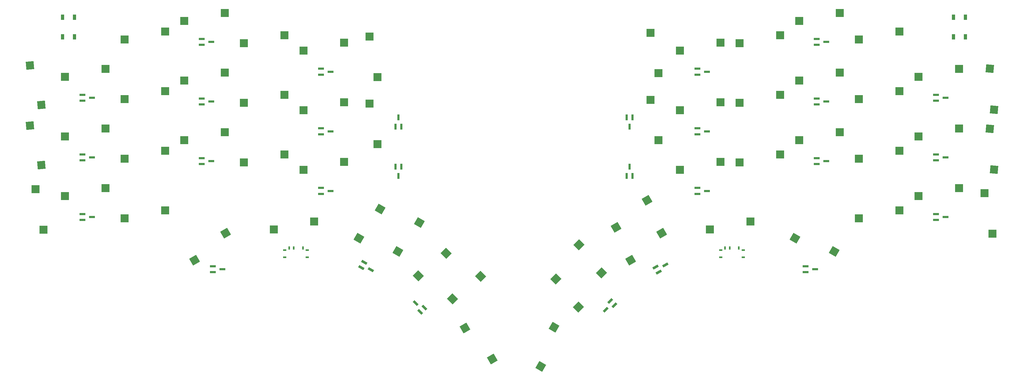
<source format=gbp>
G04 #@! TF.GenerationSoftware,KiCad,Pcbnew,7.0.5*
G04 #@! TF.CreationDate,2023-07-16T20:07:34+02:00*
G04 #@! TF.ProjectId,mykeeb_v7a5,6d796b65-6562-45f7-9637-61352e6b6963,rev?*
G04 #@! TF.SameCoordinates,Original*
G04 #@! TF.FileFunction,Paste,Bot*
G04 #@! TF.FilePolarity,Positive*
%FSLAX46Y46*%
G04 Gerber Fmt 4.6, Leading zero omitted, Abs format (unit mm)*
G04 Created by KiCad (PCBNEW 7.0.5) date 2023-07-16 20:07:34*
%MOMM*%
%LPD*%
G01*
G04 APERTURE LIST*
G04 Aperture macros list*
%AMRotRect*
0 Rectangle, with rotation*
0 The origin of the aperture is its center*
0 $1 length*
0 $2 width*
0 $3 Rotation angle, in degrees counterclockwise*
0 Add horizontal line*
21,1,$1,$2,0,0,$3*%
G04 Aperture macros list end*
%ADD10RotRect,2.550000X2.500000X150.000000*%
%ADD11RotRect,2.550000X2.500000X95.000000*%
%ADD12RotRect,2.550000X2.500000X265.000000*%
%ADD13R,2.500000X2.550000*%
%ADD14R,2.550000X2.500000*%
%ADD15RotRect,2.550000X2.500000X45.000000*%
%ADD16RotRect,2.550000X2.500000X225.000000*%
%ADD17RotRect,2.550000X2.500000X135.000000*%
%ADD18RotRect,2.550000X2.500000X120.000000*%
%ADD19RotRect,2.550000X2.500000X315.000000*%
%ADD20RotRect,2.550000X2.500000X210.000000*%
%ADD21RotRect,2.550000X2.500000X30.000000*%
%ADD22RotRect,2.550000X2.500000X330.000000*%
%ADD23RotRect,2.550000X2.500000X240.000000*%
%ADD24R,1.900000X0.800000*%
%ADD25R,0.800000X1.900000*%
%ADD26RotRect,1.900000X0.800000X330.000000*%
%ADD27R,1.100000X0.600000*%
%ADD28R,1.000000X0.600000*%
%ADD29R,0.600000X1.000000*%
%ADD30RotRect,1.900000X0.800000X30.000000*%
%ADD31RotRect,1.900000X0.800000X135.000000*%
%ADD32R,1.000000X1.700000*%
%ADD33RotRect,1.900000X0.800000X225.000000*%
G04 APERTURE END LIST*
D10*
X135032765Y-118678212D03*
X147497875Y-122942008D03*
D11*
X29957121Y-63491932D03*
X33614118Y-76148365D03*
D12*
X337901926Y-96790811D03*
X336498254Y-83691626D03*
D13*
X228163611Y-53041613D03*
X230703611Y-65968613D03*
D14*
X60185385Y-74255303D03*
X73112385Y-71715303D03*
D15*
X205266919Y-120833107D03*
X197922201Y-131769927D03*
D14*
X41135385Y-105211603D03*
X54062385Y-102671603D03*
X98285385Y-75446003D03*
X111212385Y-72906003D03*
X294738675Y-55205301D03*
X307665675Y-52665301D03*
X313788659Y-86161603D03*
X326715659Y-83621603D03*
X256638643Y-56395927D03*
X269565643Y-53855927D03*
X79235385Y-49252171D03*
X92162385Y-46712171D03*
D13*
X31710385Y-103047847D03*
X34250385Y-115974847D03*
D14*
X107810409Y-115927347D03*
X120737409Y-113387347D03*
D16*
X205125509Y-140731103D03*
X212470227Y-129794283D03*
D17*
X153948832Y-130711400D03*
X164885652Y-138056118D03*
D14*
X41135353Y-67111561D03*
X54062353Y-64571561D03*
D18*
X168916723Y-147375590D03*
X177579927Y-157300700D03*
D19*
X173846828Y-130852810D03*
X162910008Y-123508092D03*
D14*
X294738675Y-112355409D03*
X307665675Y-109815409D03*
D10*
X274335991Y-118678212D03*
X286801101Y-122942008D03*
D20*
X221789699Y-125763212D03*
X231714809Y-117100008D03*
D14*
X256638659Y-75446003D03*
X269565659Y-72906003D03*
X313788659Y-105211603D03*
X326715659Y-102671603D03*
X98285385Y-94496003D03*
X111212385Y-91956003D03*
X237588659Y-96877203D03*
X250515659Y-94337203D03*
D21*
X227076271Y-106579824D03*
X217151161Y-115243028D03*
D14*
X237588659Y-77827203D03*
X250515659Y-75287203D03*
X117335385Y-96877203D03*
X130262385Y-94337203D03*
X313788691Y-67111561D03*
X326715691Y-64571561D03*
X79235385Y-87352203D03*
X92162385Y-84812203D03*
X294738659Y-74255303D03*
X307665659Y-71715303D03*
X247113635Y-115927347D03*
X260040635Y-113387347D03*
X60185385Y-93305303D03*
X73112385Y-90765303D03*
X275688659Y-68302203D03*
X288615659Y-65762203D03*
D13*
X228163611Y-74472881D03*
X230703611Y-87399881D03*
D14*
X275688659Y-49252171D03*
X288615659Y-46712171D03*
X117335417Y-58777179D03*
X130262417Y-56237179D03*
D13*
X140930433Y-67211613D03*
X138390433Y-54284613D03*
D14*
X275688659Y-87352203D03*
X288615659Y-84812203D03*
X237588627Y-58777179D03*
X250515627Y-56237179D03*
D22*
X154289353Y-113664824D03*
X141824243Y-109401028D03*
D23*
X193092321Y-159647170D03*
X197356117Y-147182060D03*
D14*
X117335385Y-77827203D03*
X130262385Y-75287203D03*
X60185369Y-55205301D03*
X73112369Y-52665301D03*
X60185369Y-112355409D03*
X73112369Y-109815409D03*
D11*
X29957121Y-82674732D03*
X33614118Y-95331165D03*
D13*
X337383659Y-117217847D03*
X334843659Y-104290847D03*
X140930433Y-88642881D03*
X138390433Y-75715881D03*
D20*
X82486473Y-125763212D03*
X92411583Y-117100008D03*
D12*
X337901926Y-77608011D03*
X336498254Y-64508826D03*
D14*
X41135385Y-86161603D03*
X54062385Y-83621603D03*
X256638659Y-94496003D03*
X269565659Y-91956003D03*
X79235385Y-68302203D03*
X92162385Y-65762203D03*
X98285401Y-56395927D03*
X111212401Y-53855927D03*
X294738659Y-93305303D03*
X307665659Y-90765303D03*
D24*
X46720353Y-93818828D03*
X46720353Y-91918828D03*
X49720353Y-92868828D03*
D25*
X146687624Y-95821958D03*
X148587624Y-95821958D03*
X147637624Y-98821958D03*
D24*
X281273659Y-95009454D03*
X281273659Y-93109454D03*
X284273659Y-94059454D03*
X281273659Y-75959438D03*
X281273659Y-74059438D03*
X284273659Y-75009438D03*
D26*
X135743265Y-128065019D03*
X136693265Y-126419571D03*
X138816341Y-128742295D03*
D24*
X277701781Y-129537608D03*
X277701781Y-127637608D03*
X280701781Y-128587608D03*
X243173627Y-66434430D03*
X243173627Y-64534430D03*
X246173627Y-65484430D03*
D25*
X148587624Y-83057881D03*
X146687624Y-83057881D03*
X147637624Y-80057881D03*
D24*
X319373691Y-112868844D03*
X319373691Y-110968844D03*
X322373691Y-111918844D03*
X46720353Y-112868844D03*
X46720353Y-110968844D03*
X49720353Y-111918844D03*
X122920417Y-104534462D03*
X122920417Y-102634462D03*
X125920417Y-103584462D03*
X243173627Y-85484446D03*
X243173627Y-83584446D03*
X246173627Y-84534446D03*
X88392263Y-129537608D03*
X88392263Y-127637608D03*
X91392263Y-128587608D03*
X243173627Y-104534462D03*
X243173627Y-102634462D03*
X246173627Y-103584462D03*
X122920417Y-66434430D03*
X122920417Y-64534430D03*
X125920417Y-65484430D03*
D27*
X111320409Y-124815730D03*
D28*
X118520409Y-124815730D03*
X111320409Y-122529730D03*
D27*
X118520409Y-122529730D03*
D29*
X117120409Y-121822730D03*
X114220409Y-121822730D03*
X112720409Y-121822730D03*
D30*
X230752703Y-129565019D03*
X229802703Y-127919571D03*
X232875779Y-127242295D03*
D24*
X122920417Y-85484446D03*
X122920417Y-83584446D03*
X125920417Y-84534446D03*
X319373691Y-93818828D03*
X319373691Y-91918828D03*
X322373691Y-92868828D03*
D31*
X155918479Y-140882777D03*
X154574976Y-142226280D03*
X153125407Y-139433208D03*
D27*
X250573635Y-124815730D03*
D28*
X257773635Y-124815730D03*
X250573635Y-122529730D03*
D27*
X257773635Y-122529730D03*
D29*
X256373635Y-121822730D03*
X253473635Y-121822730D03*
X251973635Y-121822730D03*
D32*
X324926853Y-48046918D03*
X324926853Y-54346918D03*
X328726853Y-48046918D03*
X328726853Y-54346918D03*
D24*
X84820385Y-56909422D03*
X84820385Y-55009422D03*
X87820385Y-55959422D03*
X46720353Y-74768812D03*
X46720353Y-72868812D03*
X49720353Y-73818812D03*
D25*
X222406420Y-98821958D03*
X220506420Y-98821958D03*
X221456420Y-95821958D03*
D24*
X281273659Y-56909422D03*
X281273659Y-55009422D03*
X284273659Y-55959422D03*
D32*
X40367223Y-48046918D03*
X40367223Y-54346918D03*
X44167223Y-48046918D03*
X44167223Y-54346918D03*
D24*
X319373691Y-74768812D03*
X319373691Y-72868812D03*
X322373691Y-73818812D03*
X84820385Y-75959438D03*
X84820385Y-74059438D03*
X87820385Y-75009438D03*
X84820385Y-95009454D03*
X84820385Y-93109454D03*
X87820385Y-94059454D03*
D33*
X215296886Y-138761456D03*
X216640389Y-140104959D03*
X213847317Y-141554528D03*
D25*
X220506420Y-80057881D03*
X222406420Y-80057881D03*
X221456420Y-83057881D03*
M02*

</source>
